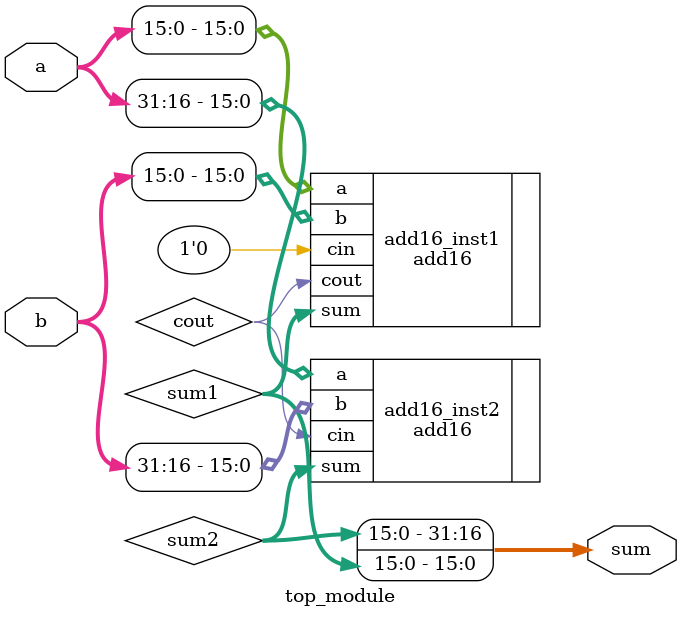
<source format=v>
module top_module(
    input [31:0] a,
    input [31:0] b,
    output [31:0] sum
);

    wire [15:0] sum1,sum2;
    wire cout;
    add16 add16_inst1(
        .a		(a[15:0]),
        .b		(b[15:0]),
        .cin	(1'b0),
        
        .sum	(sum1),
        .cout	(cout)
    );
    
     add16 add16_inst2(
         .a		(a[31:16]),
         .b		(b[31:16]),
        .cin	(cout),
        
        .sum	(sum2),

    );
    
    
    assign sum = {sum2,sum1};
endmodule
    
</source>
